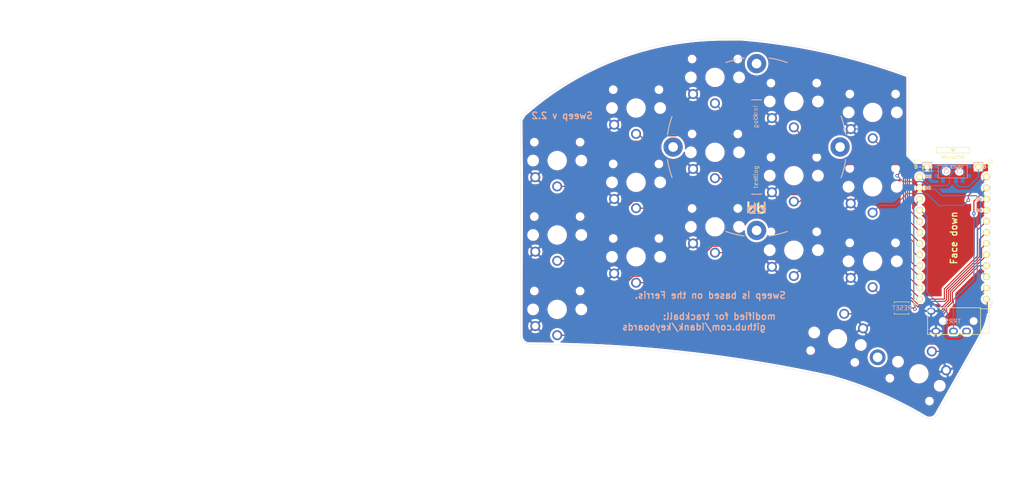
<source format=kicad_pcb>
(kicad_pcb (version 20211014) (generator pcbnew)
  (layers (0 "F.Cu" signal) (31 "B.Cu" signal) (34 "B.Paste" user) (35 "F.Paste" user) (36 "B.SilkS" user "B.Silkscreen") (37 "F.SilkS" user "F.Silkscreen") (38 "B.Mask" user) (39 "F.Mask" user) (44 "Edge.Cuts" user))
  (net 0 "")
  (net 1 "gnd")
  (net 2 "vcc")
  (net 3 "Switch18")
  (net 4 "reset")
  (net 5 "Switch1")
  (net 6 "Switch2")
  (net 7 "Switch3")
  (net 8 "Switch4")
  (net 9 "Switch5")
  (net 10 "Switch6")
  (net 11 "Switch7")
  (net 12 "Switch8")
  (net 13 "Switch9")
  (net 14 "Switch10")
  (net 15 "Switch11")
  (net 16 "Switch12")
  (net 17 "Switch13")
  (net 18 "Switch14")
  (net 19 "Switch15")
  (net 20 "Switch16")
  (net 21 "Switch17")
  (net 22 "raw")
  (net 23 "BT+_r")
  (net 24 "Net-(SW_POWERR1-Pad1)")
  (footprint "kbd:ProMicro_v3_min" (layer "F.Cu") (at 230.178 67.564)
    (fp_text reference "U1" hide)
    (fp_text value "ProMicro-kbd" hide)
  )
  (footprint "Kailh:TRRS-PJ-320A" (layer "F.Cu") (at 236.474 86.052 -90)
    (fp_text reference "J2")
    (fp_text value "AudioJack4dpb" hide)
  )
  (footprint "* duckyb-collection:choc-v1-with-millmax" (layer "F.Cu") (at 175.856 64.516)
    (fp_text reference "SW16" hide)
    (fp_text value "SW_Push" hide)
  )
  (footprint "* duckyb-collection:choc-v1-with-millmax" (layer "F.Cu") (at 222.386 98.082 150)
    (fp_text reference "SW20" hide)
    (fp_text value "SW_Push" hide)
  )
  (footprint "* duckyb-collection:choc-v1-with-millmax" (layer "F.Cu") (at 157.856 71.374)
    (fp_text reference "SW15" hide)
    (fp_text value "SW_Push" hide)
  )
  (footprint "* duckyb-collection:choc-v1-with-millmax" (layer "F.Cu") (at 203.826 90.082 165)
    (fp_text reference "SW21" hide)
    (fp_text value "SW_Push" hide)
  )
  (footprint "* duckyb-collection:choc-v1-with-millmax" (layer "F.Cu") (at 193.856 69.85)
    (fp_text reference "SW17" hide)
    (fp_text value "SW_Push" hide)
  )
  (footprint "* duckyb-collection:choc-v1-with-millmax" (layer "F.Cu") (at 211.836 72.39)
    (fp_text reference "SW18" hide)
    (fp_text value "SW_Push" hide)
  )
  (footprint "* duckyb-collection:choc-v1-with-millmax" (layer "F.Cu") (at 175.856 30.382)
    (fp_text reference "SW4" hide)
    (fp_text value "SW_Push" hide)
  )
  (footprint "* duckyb-collection:choc-v1-with-millmax" (layer "F.Cu") (at 157.856 37.382)
    (fp_text reference "SW3" hide)
    (fp_text value "SW_Push" hide)
  )
  (footprint "* duckyb-collection:choc-v1-with-millmax" (layer "F.Cu") (at 157.856 54.356)
    (fp_text reference "SW9" hide)
    (fp_text value "SW_Push" hide)
  )
  (footprint "* duckyb-collection:choc-v1-with-millmax" (layer "F.Cu") (at 139.856 83.382)
    (fp_text reference "SW14" hide)
    (fp_text value "SW_Push" hide)
  )
  (footprint "* duckyb-collection:choc-v1-with-millmax" (layer "F.Cu") (at 211.836 55.372)
    (fp_text reference "SW12" hide)
    (fp_text value "SW_Push" hide)
  )
  (footprint "* duckyb-collection:choc-v1-with-millmax" (layer "F.Cu") (at 193.856 52.832)
    (fp_text reference "SW11" hide)
    (fp_text value "SW_Push" hide)
  )
  (footprint "* duckyb-collection:choc-v1-with-millmax" (layer "F.Cu") (at 139.856 66.382)
    (fp_text reference "SW8" hide)
    (fp_text value "SW_Push" hide)
  )
  (footprint "* duckyb-collection:choc-v1-with-millmax" (layer "F.Cu") (at 211.856 38.382)
    (fp_text reference "SW6" hide)
    (fp_text value "SW_Push" hide)
  )
  (footprint "* duckyb-collection:choc-v1-with-millmax" (layer "F.Cu") (at 193.856 35.882)
    (fp_text reference "SW5" hide)
    (fp_text value "SW_Push" hide)
  )
  (footprint "* duckyb-collection:choc-v1-with-millmax" (layer "F.Cu") (at 139.856 49.382)
    (fp_text reference "SW2" hide)
    (fp_text value "SW_Push" hide)
  )
  (footprint "kbd:SW_SPST_B3U-1000P" (layer "F.Cu") (at 218.44 83.058)
    (fp_text reference "RSW1" hide)
    (fp_text value "SW_Push")
  )
  (footprint "* duckyb-collection:choc-v1-with-millmax" (layer "F.Cu") (at 175.856 47.498)
    (fp_text reference "SW10" hide)
    (fp_text value "SW_Push" hide)
  )
  (footprint "kbd:Tenting_Puck2" (layer "F.Cu") (at 185.356 46.282)
    (fp_text reference "REF**")
    (fp_text value "Tenting Puck")
  )
  (footprint "kbd:1pin_conn" (layer "F.Cu") (at 235.966 50.8)
    (fp_text reference "B+")
    (fp_text value "MountingHole_Pad" hide)
  )
  (footprint "kbd:1pin_conn" (layer "F.Cu") (at 224.282 50.8)
    (fp_text reference "B-")
    (fp_text value "MountingHole_Pad" hide)
  )
  (footprint "" (layer "F.Cu") (at 212.979 94.325)
    (fp_text reference "")
    (fp_text value "")
  )
  (footprint "Kailh:SPDT_C128955" (layer "B.Cu") (at 230.124 51.816 180)
    (fp_text reference "POWER SW")
    (fp_text value "SW_SPDT")
  )
  (gr_rect (start 226.822 50.419) (end 233.426 53.34) (layer "B.SilkS") (width 0.12) (fill none))
  (gr_line (start 131.5085 77.724) (end 131.506254 89.547024) (layer "Edge.Cuts") (width 0.05))
  (gr_line (start 219.998001 47.763999) (end 219.998045 30.439419) (layer "Edge.Cuts") (width 0.05))
  (gr_arc (start 226.446 107.451265) (mid 225.204995 108.32098) (end 223.714 108.05) (layer "Edge.Cuts") (width 0.05))
  (gr_arc (start 222.033002 49.694917) (mid 220.620534 49.145716) (end 219.998001 47.763999) (layer "Edge.Cuts") (width 0.05))
  (gr_arc (start 182.067777 21.502679) (mid 201.091879 24.375764) (end 219.56329 29.758889) (layer "Edge.Cuts") (width 0.05))
  (gr_arc (start 132.893 38.265) (mid 153.988491 25.788882) (end 178.120389 21.508139) (layer "Edge.Cuts") (width 0.05))
  (gr_arc (start 237.938 49.692) (mid 238.46833 49.91167) (end 238.688 50.442) (layer "Edge.Cuts") (width 0.05))
  (gr_arc (start 131.466055 40.278702) (mid 132.022929 39.160882) (end 132.893 38.265) (layer "Edge.Cuts") (width 0.05))
  (gr_arc (start 133.544 91.383119) (mid 132.156573 90.874102) (end 131.506254 89.547024) (layer "Edge.Cuts") (width 0.05))
  (gr_arc (start 219.56329 29.758889) (mid 219.880079 30.035645) (end 219.998045 30.439419) (layer "Edge.Cuts") (width 0.05))
  (gr_arc (start 202.185134 98.863946) (mid 213.262488 102.723597) (end 223.714 108.05) (layer "Edge.Cuts") (width 0.05))
  (gr_line (start 222.033002 49.694917) (end 237.938 49.692) (layer "Edge.Cuts") (width 0.05))
  (gr_arc (start 133.544 91.383119) (mid 168.064442 93.289554) (end 202.185134 98.863946) (layer "Edge.Cuts") (width 0.05))
  (gr_line (start 238.688 58.42) (end 238.688 66.548) (layer "Edge.Cuts") (width 0.05))
  (gr_line (start 236.953304 88.85815) (end 226.446 107.451265) (layer "Edge.Cuts") (width 0.05))
  (gr_arc (start 238.7 81.534) (mid 238.242913 85.295347) (end 236.953304 88.85815) (layer "Edge.Cuts") (width 0.05))
  (gr_line (start 182.067777 21.502679) (end 178.120389 21.508139) (layer "Edge.Cuts") (width 0.05))
  (gr_line (start 238.688 50.442) (end 238.688 58.42) (layer "Edge.Cuts") (width 0.05))
  (gr_line (start 131.466055 40.278702) (end 131.572 53.875) (layer "Edge.Cuts") (width 0.05))
  (gr_line (start 238.688 66.548) (end 238.688 75.438) (layer "Edge.Cuts") (width 0.05))
  (gr_line (start 238.688 75.438) (end 238.7 81.534) (layer "Edge.Cuts") (width 0.05))
  (gr_line (start 131.572 53.848) (end 131.5085 77.724) (layer "Edge.Cuts") (width 0.05))
  (gr_text "Sweep v 2.2" (at 140.97 39.116) (layer "B.SilkS") (effects (font (size 1.5 1.5) (thickness 0.3)) (justify mirror)))
  (gr_text "Sweep is based on the Ferris.\n\n  modified for trackball:\n    github.com/idank/keyboards" (at 192.2 83.775) (layer "B.SilkS") (effects (font (size 1.5 1.5) (thickness 0.3)) (justify left mirror)))
  (gr_text "Face down" (at 230.378 67.056 90) (layer "F.SilkS") (effects (font (size 1.5 1.5) (thickness 0.3))))
  (segment (start 224.8576 85.65317) (end 225.174 85.33677) (width 0.25) (layer "F.Cu") (net 1))
  (segment (start 225.174 85.33677) (end 225.174 83.552) (width 0.25) (layer "F.Cu") (net 1))
  (segment (start 216.74 83.058) (end 216.74 84.758) (width 0.25) (layer "F.Cu") (net 1))
  (segment (start 216.74 85.54477) (end 216.8484 85.65317) (width 0.25) (layer "F.Cu") (net 1))
  (segment (start 216.8484 85.65317) (end 224.8576 85.65317) (width 0.25) (layer "F.Cu") (net 1))
  (segment (start 216.74 84.758) (end 216.74 85.54477) (width 0.25) (layer "F.Cu") (net 1))
  (segment (start 213.159159 42.182) (end 206.856 42.182) (width 0.25) (layer "B.Cu") (net 1))
  (segment (start 221.777159 50.8) (end 213.159159 42.182) (width 0.25) (layer "B.Cu") (net 1))
  (segment (start 226.254 88.332) (end 226.274 88.352) (width 0.25) (layer "B.Cu") (net 1))
  (segment (start 226.244 88.322) (end 226.274 88.352) (width 0.25) (layer "B.Cu") (net 1))
  (segment (start 224.282 50.8) (end 221.777159 50.8) (width 0.25) (layer "B.Cu") (net 1))
  (segment (start 233.254 88.332) (end 233.274 88.352) (width 0.25) (layer "B.Cu") (net 2))
  (segment (start 224.282 62.2186) (end 224.282 79.502) (width 0.25) (layer "B.Cu") (net 2))
  (segment (start 229.108 89.662) (end 231.764 89.662) (width 0.25) (layer "B.Cu") (net 2))
  (segment (start 222.7694 60.706) (end 224.282 62.2186) (width 0.25) (layer "B.Cu") (net 2))
  (segment (start 231.764 89.662) (end 233.274 88.152) (width 0.25) (layer "B.Cu") (net 2))
  (segment (start 228.854 84.074) (end 228.854 89.408) (width 0.25) (layer "B.Cu") (net 2))
  (segment (start 228.854 89.408) (end 229.108 89.662) (width 0.25) (layer "B.Cu") (net 2))
  (segment (start 224.282 79.502) (end 228.854 84.074) (width 0.25) (layer "B.Cu") (net 2))
  (segment (start 237.9894 55.626) (end 234.95 58.6654) (width 0.25) (layer "F.Cu") (net 3))
  (segment (start 234.95 58.6654) (end 234.95 61.468) (width 0.25) (layer "F.Cu") (net 3))
  (via (at 234.95 61.468) (size 0.8) (drill 0.4) (layers "F.Cu" "B.Cu") (net 3))
  (segment (start 230.274 81.13) (end 234.95 76.454) (width 0.25) (layer "B.Cu") (net 3))
  (segment (start 230.274 88.152) (end 230.274 81.13) (width 0.25) (layer "B.Cu") (net 3))
  (segment (start 234.95 76.454) (end 234.95 61.468) (width 0.25) (layer "B.Cu") (net 3))
  (segment (start 220.14 83.058) (end 221.234 83.058) (width 0.25) (layer "F.Cu") (net 4))
  (segment (start 221.234 83.058) (end 221.488 83.312) (width 0.25) (layer "F.Cu") (net 4))
  (via (at 221.488 83.312) (size 0.8) (drill 0.4) (layers "F.Cu" "B.Cu") (net 4))
  (segment (start 221.488 82.55) (end 221.234 82.296) (width 0.25) (layer "B.Cu") (net 4))
  (segment (start 221.488 83.312) (end 221.488 82.55) (width 0.25) (layer "B.Cu") (net 4))
  (segment (start 221.234 59.7014) (end 221.234 82.296) (width 0.25) (layer "B.Cu") (net 4))
  (segment (start 222.7694 58.166) (end 221.234 59.7014) (width 0.25) (layer "B.Cu") (net 4))
  (segment (start 217.678 50.292) (end 218.41796 51.03196) (width 0.25) (layer "F.Cu") (net 5))
  (segment (start 155.956 44.958) (end 162.814 44.958) (width 0.25) (layer "F.Cu") (net 5))
  (segment (start 205.994 50.292) (end 217.678 50.292) (width 0.25) (layer "F.Cu") (net 5))
  (segment (start 218.41796 51.03196) (end 218.41796 51.83804) (width 0.25) (layer "F.Cu") (net 5))
  (segment (start 199.84001 47.69401) (end 202.946 50.8) (width 0.25) (layer "F.Cu") (net 5))
  (segment (start 167.057719 43.732009) (end 169.641728 41.148) (width 0.25) (layer "F.Cu") (net 5))
  (segment (start 164.03999 43.73201) (end 167.057719 43.732009) (width 0.25) (layer "F.Cu") (net 5))
  (segment (start 162.814 44.958) (end 164.03999 43.73201) (width 0.25) (layer "F.Cu") (net 5))
  (segment (start 183.38518 41.148) (end 188.6032 46.36602) (width 0.25) (layer "F.Cu") (net 5))
  (segment (start 202.946 50.8) (end 205.486 50.8) (width 0.25) (layer "F.Cu") (net 5))
  (segment (start 196.53079 46.36602) (end 197.85878 47.69401) (width 0.25) (layer "F.Cu") (net 5))
  (segment (start 197.85878 47.69401) (end 199.84001 47.69401) (width 0.25) (layer "F.Cu") (net 5))
  (segment (start 188.6032 46.36602) (end 196.53079 46.36602) (width 0.25) (layer "F.Cu") (net 5))
  (segment (start 218.41796 51.83804) (end 217.424 52.832) (width 0.25) (layer "F.Cu") (net 5))
  (segment (start 205.486 50.8) (end 205.994 50.292) (width 0.25) (layer "F.Cu") (net 5))
  (segment (start 169.641728 41.148) (end 183.38518 41.148) (width 0.25) (layer "F.Cu") (net 5))
  (segment (start 139.856 55.282) (end 145.632 55.282) (width 0.25) (layer "F.Cu") (net 5))
  (segment (start 145.632 55.282) (end 155.956 44.958) (width 0.25) (layer "F.Cu") (net 5))
  (via (at 217.424 52.832) (size 0.8) (drill 0.4) (layers "F.Cu" "B.Cu") (net 5))
  (segment (start 237.9894 75.946) (end 236.4697 74.4263) (width 0.25) (layer "B.Cu") (net 5))
  (segment (start 236.4697 58.4243) (end 235.4451 57.3997) (width 0.25) (layer "B.Cu") (net 5))
  (segment (start 236.4697 74.4263) (end 236.4697 58.4243) (width 0.25) (layer "B.Cu") (net 5))
  (segment (start 224.711081 55.958919) (end 222.925163 54.173001) (width 0.25) (layer "B.Cu") (net 5))
  (segment (start 218.765001 54.173001) (end 217.424 52.832) (width 0.25) (layer "B.Cu") (net 5))
  (segment (start 235.4451 57.3997) (end 227.5797 57.3997) (width 0.25) (layer "B.Cu") (net 5))
  (segment (start 227.5797 57.3997) (end 226.138919 55.958919) (width 0.25) (layer "B.Cu") (net 5))
  (segment (start 226.138919 55.958919) (end 224.711081 55.958919) (width 0.25) (layer "B.Cu") (net 5))
  (segment (start 222.925163 54.173001) (end 218.765001 54.173001) (width 0.25) (layer "B.Cu") (net 5))
  (segment (start 203.07441 50.292) (end 205.35759 50.292) (width 0.25) (layer "F.Cu") (net 6))
  (segment (start 205.933189 49.716401) (end 218.243991 49.716401) (width 0.25) (layer "F.Cu") (net 6))
  (segment (start 218.86797 50.34038) (end 218.86797 65.70597) (width 0.25) (layer "F.Cu") (net 6))
  (segment (start 200.026411 47.244001) (end 203.07441 50.292) (width 0.25) (layer "F.Cu") (net 6))
  (segment (start 159.234991 44.172991) (end 162.962599 44.172991) (width 0.25) (layer "F.Cu") (net 6))
  (segment (start 163.853591 43.282001) (end 166.871317 43.282001) (width 0.25) (layer "F.Cu") (net 6))
  (segment (start 157.856 43.282) (end 158.344 43.282) (width 0.25) (layer "F.Cu") (net 6))
  (segment (start 169.513318 40.64) (end 183.51359 40.64) (width 0.25) (layer "F.Cu") (net 6))
  (segment (start 205.35759 50.292) (end 205.933189 49.716401) (width 0.25) (layer "F.Cu") (net 6))
  (segment (start 166.871317 43.282001) (end 169.513318 40.64) (width 0.25) (layer "F.Cu") (net 6))
  (segment (start 162.962599 44.172991) (end 163.853591 43.282001) (width 0.25) (layer "F.Cu") (net 6))
  (segment (start 158.344 43.282) (end 159.234991 44.172991) (width 0.25) (layer "F.Cu") (net 6))
  (segment (start 218.243991 49.716401) (end 218.86797 50.34038) (width 0.25) (layer "F.Cu") (net 6))
  (segment (start 221.234 70.358) (end 221.742 70.866) (width 0.25) (layer "F.Cu") (net 6))
  (segment (start 218.86797 65.70597) (end 221.234 68.072) (width 0.25) (layer "F.Cu") (net 6))
  (segment (start 221.234 68.072) (end 221.234 70.358) (width 0.25) (layer "F.Cu") (net 6))
  (segment (start 221.742 70.866) (end 222.5694 70.866) (width 0.25) (layer "F.Cu") (net 6))
  (segment (start 198.55318 47.244) (end 200.026411 47.244001) (width 0.25) (layer "F.Cu") (net 6))
  (segment (start 198.46359 47.15441) (end 198.55318 47.244) (width 0.25) (layer "F.Cu") (net 6))
  (segment (start 196.71719 45.91601) (end 197.95559 47.15441) (width 0.25) (layer "F.Cu") (net 6))
  (segment (start 183.51359 40.64) (end 188.7896 45.91601) (width 0.25) (layer "F.Cu") (net 6))
  (segment (start 188.7896 45.91601) (end 196.71719 45.91601) (width 0.25) (layer "F.Cu") (net 6))
  (segment (start 197.95559 47.15441) (end 198.46359 47.15441) (width 0.25) (layer "F.Cu") (net 6))
  (segment (start 219.31798 64.87458) (end 222.7694 68.326) (width 0.25) (layer "F.Cu") (net 7))
  (segment (start 188.976 45.466) (end 196.90359 45.466) (width 0.25) (layer "F.Cu") (net 7))
  (segment (start 179.76399 40.18999) (end 183.69999 40.18999) (width 0.25) (layer "F.Cu") (net 7))
  (segment (start 198.1156 46.67801) (end 200.20999 46.67801) (width 0.25) (layer "F.Cu") (net 7))
  (segment (start 218.430392 49.266392) (end 219.31798 50.15398) (width 0.25) (layer "F.Cu") (net 7))
  (segment (start 183.69999 40.18999) (end 188.976 45.466) (width 0.25) (layer "F.Cu") (net 7))
  (segment (start 205.17119 49.84199) (end 205.746788 49.266392) (width 0.25) (layer "F.Cu") (net 7))
  (segment (start 219.31798 50.15398) (end 219.31798 64.87458) (width 0.25) (layer "F.Cu") (net 7))
  (segment (start 196.90359 45.466) (end 198.1156 46.67801) (width 0.25) (layer "F.Cu") (net 7))
  (segment (start 175.856 36.282) (end 179.76399 40.18999) (width 0.25) (layer "F.Cu") (net 7))
  (segment (start 205.746788 49.266392) (end 218.430392 49.266392) (width 0.25) (layer "F.Cu") (net 7))
  (segment (start 203.26081 49.84199) (end 205.17119 49.84199) (width 0.25) (layer "F.Cu") (net 7))
  (segment (start 200.20999 46.67801) (end 200.20999 46.79117) (width 0.25) (layer "F.Cu") (net 7))
  (segment (start 200.20999 46.79117) (end 203.26081 49.84199) (width 0.25) (layer "F.Cu") (net 7))
  (segment (start 193.856 41.782) (end 198.302 46.228) (width 0.25) (layer "F.Cu") (net 8))
  (segment (start 219.76799 49.84199) (end 219.76799 62.78459) (width 0.25) (layer "F.Cu") (net 8))
  (segment (start 203.44721 49.39198) (end 204.98479 49.39198) (width 0.25) (layer "F.Cu") (net 8))
  (segment (start 205.560388 48.816382) (end 218.742382 48.816382) (width 0.25) (layer "F.Cu") (net 8))
  (segment (start 218.742382 48.816382) (end 219.76799 49.84199) (width 0.25) (layer "F.Cu") (net 8))
  (segment (start 200.66 46.49161) (end 200.66 46.60477) (width 0.25) (layer "F.Cu") (net 8))
  (segment (start 200.396391 46.228001) (end 200.66 46.49161) (width 0.25) (layer "F.Cu") (net 8))
  (segment (start 204.98479 49.39198) (end 205.560388 48.816382) (width 0.25) (layer "F.Cu") (net 8))
  (segment (start 219.76799 62.78459) (end 222.7694 65.786) (width 0.25) (layer "F.Cu") (net 8))
  (segment (start 198.302 46.228) (end 200.396391 46.228001) (width 0.25) (layer "F.Cu") (net 8))
  (segment (start 200.66 46.60477) (end 203.44721 49.39198) (width 0.25) (layer "F.Cu") (net 8))
  (segment (start 220.218 49.276) (end 220.218 60.6946) (width 0.25) (layer "F.Cu") (net 9))
  (segment (start 211.856 44.282) (end 215.940372 48.366372) (width 0.25) (layer "F.Cu") (net 9))
  (segment (start 215.940372 48.366372) (end 219.308372 48.366372) (width 0.25) (layer "F.Cu") (net 9))
  (segment (start 220.218 60.6946) (end 222.7694 63.246) (width 0.25) (layer "F.Cu") (net 9))
  (segment (start 219.308372 48.366372) (end 220.218 49.276) (width 0.25) (layer "F.Cu") (net 9))
  (segment (start 189.93401 58.98599) (end 192.659 56.261) (width 0.25) (layer "F.Cu") (net 10))
  (segment (start 220.61002 68.08443) (end 220.61002 72.52802) (width 0.25) (layer "F.Cu") (net 10))
  (segment (start 206.363981 65.139981) (end 217.665571 65.139981) (width 0.25) (layer "F.Cu") (net 10))
  (segment (start 157.226 58.674) (end 159.004 58.674) (width 0.25) (layer "F.Cu") (net 10))
  (segment (start 197.485 56.261) (end 206.363981 65.139981) (width 0.25) (layer "F.Cu") (net 10))
  (segment (start 166.12701 59.80599) (end 174.625 51.308) (width 0.25) (layer "F.Cu") (net 10))
  (segment (start 180.097546 54.621546) (end 180.097546 56.399546) (width 0.25) (layer "F.Cu") (net 10))
  (segment (start 159.004 58.674) (end 160.13599 59.80599) (width 0.25) (layer "F.Cu") (net 10))
  (segment (start 160.13599 59.80599) (end 166.12701 59.80599) (width 0.25) (layer "F.Cu") (net 10))
  (segment (start 176.784 51.308) (end 180.097546 54.621546) (width 0.25) (layer "F.Cu") (net 10))
  (segment (start 174.625 51.308) (end 176.784 51.308) (width 0.25) (layer "F.Cu") (net 10))
  (segment (start 180.097546 56.399546) (end 182.68399 58.98599) (width 0.25) (layer "F.Cu") (net 10))
  (segment (start 143.618 72.282) (end 157.226 58.674) (width 0.25) (layer "F.Cu") (net 10))
  (segment (start 217.665571 65.139981) (end 220.61002 68.08443) (width 0.25) (layer "F.Cu") (net 10))
  (segment (start 192.659 56.261) (end 197.485 56.261) (width 0.25) (layer "F.Cu") (net 10))
  (segment (start 220.61002 72.52802) (end 221.488 73.406) (width 0.25) (layer "F.Cu") (net 10))
  (segment (start 221.488 73.406) (end 222.5694 73.406) (width 0.25) (layer "F.Cu") (net 10))
  (segment (start 139.856 72.282) (end 143.618 72.282) (width 0.25) (layer "F.Cu") (net 10))
  (segment (start 182.68399 58.98599) (end 189.93401 58.98599) (width 0.25) (layer "F.Cu") (net 10))
  (segment (start 197.298802 56.71052) (end 206.178273 65.589991) (width 0.25) (layer "F.Cu") (net 11))
  (segment (start 166.312718 60.256) (end 174.752718 51.816) (width 0.25) (layer "F.Cu") (net 11))
  (segment (start 220.16001 68.27083) (end 220.16001 73.53661) (width 0.25) (layer "F.Cu") (net 11))
  (segment (start 179.648026 56.641616) (end 182.44241 59.436) (width 0.25) (layer "F.Cu") (net 11))
  (segment (start 179.648026 54.807744) (end 179.648026 56.641616) (width 0.25) (layer "F.Cu") (net 11))
  (segment (start 176.656282 51.816) (end 179.648026 54.807744) (width 0.25) (layer "F.Cu") (net 11))
  (segment (start 182.44241 59.436) (end 190.119718 59.436) (width 0.25) (layer "F.Cu") (net 11))
  (segment (start 220.16001 73.53661) (end 222.5694 75.946) (width 0.25) (layer "F.Cu") (net 11))
  (segment (start 206.178273 65.589991) (end 217.479171 65.589991) (width 0.25) (layer "F.Cu") (net 11))
  (segment (start 174.752718 51.816) (end 176.656282 51.816) (width 0.25) (layer "F.Cu") (net 11))
  (segment (start 192.845198 56.71052) (end 197.298802 56.71052) (width 0.25) (layer "F.Cu") (net 11))
  (segment (start 157.856 60.256) (end 166.312718 60.256) (width 0.25) (layer "F.Cu") (net 11))
  (segment (start 190.119718 59.436) (end 192.845198 56.71052) (width 0.25) (layer "F.Cu") (net 11))
  (segment (start 217.479171 65.589991) (end 220.16001 68.27083) (width 0.25) (layer "F.Cu") (net 11))
  (segment (start 205.992564 66.04) (end 217.29277 66.04) (width 0.25) (layer "F.Cu") (net 12))
  (segment (start 175.768 53.398) (end 177.116272 53.398) (width 0.25) (layer "F.Cu") (net 12))
  (segment (start 219.644385 68.639975) (end 219.71 68.70559) (width 0.25) (layer "F.Cu") (net 12))
  (segment (start 219.71 75.6266) (end 222.5694 78.486) (width 0.25) (layer "F.Cu") (net 12))
  (segment (start 193.082619 57.16004) (end 197.112604 57.16004) (width 0.25) (layer "F.Cu") (net 12))
  (segment (start 219.71 68.70559) (end 219.71 75.6266) (width 0.25) (layer "F.Cu") (net 12))
  (segment (start 179.12799 55.409718) (end 179.12799 56.75799) (width 0.25) (layer "F.Cu") (net 12))
  (segment (start 190.169658 60.073001) (end 193.082619 57.16004) (width 0.25) (layer "F.Cu") (net 12))
  (segment (start 179.12799 56.75799) (end 182.443001 60.073001) (width 0.25) (layer "F.Cu") (net 12))
  (segment (start 182.443001 60.073001) (end 190.169658 60.073001) (width 0.25) (layer "F.Cu") (net 12))
  (segment (start 177.116272 53.398) (end 179.12799 55.409718) (width 0.25) (layer "F.Cu") (net 12))
  (segment (start 217.29277 66.04) (end 219.644385 68.391615) (width 0.25) (layer "F.Cu") (net 12))
  (segment (start 197.112604 57.16004) (end 205.992564 66.04) (width 0.25) (layer "F.Cu") (net 12))
  (segment (start 219.644385 68.391615) (end 219.644385 68.639975) (width 0.25) (layer "F.Cu") (net 12))
  (segment (start 217.106572 66.48952) (end 219.194865 68.577813) (width 0.25) (layer "F.Cu") (net 13))
  (segment (start 196.129831 57.841009) (end 197.157855 57.841009) (width 0.25) (layer "F.Cu") (net 13))
  (segment (start 195.23884 58.732) (end 196.129831 57.841009) (width 0.25) (layer "F.Cu") (net 13))
  (segment (start 219.202 68.833308) (end 219.202 77.4586) (width 0.25) (layer "F.Cu") (net 13))
  (segment (start 205.806367 66.48952) (end 217.106572 66.48952) (width 0.25) (layer "F.Cu") (net 13))
  (segment (start 197.157855 57.841009) (end 205.806367 66.48952) (width 0.25) (layer "F.Cu") (net 13))
  (segment (start 219.194865 68.826173) (end 219.202 68.833308) (width 0.25) (layer "F.Cu") (net 13))
  (segment (start 193.802 58.732) (end 195.23884 58.732) (width 0.25) (layer "F.Cu") (net 13))
  (segment (start 219.194865 68.577813) (end 219.194865 68.826173) (width 0.25) (layer "F.Cu") (net 13))
  (segment (start 219.202 77.4586) (end 222.7694 81.026) (width 0.25) (layer "F.Cu") (net 13))
  (segment (start 237.9894 53.086) (end 233.68 57.3954) (width 0.25) (layer "F.Cu") (net 14))
  (segment (start 233.68 57.3954) (end 233.68 58.42) (width 0.25) (layer "F.Cu") (net 14))
  (via (at 233.68 58.42) (size 0.8) (drill 0.4) (layers "F.Cu" "B.Cu") (net 14))
  (segment (start 232.481001 59.618999) (end 233.68 58.42) (width 0.25) (layer "B.Cu") (net 14))
  (segment (start 211.836 61.272) (end 213.489001 59.618999) (width 0.25) (layer "B.Cu") (net 14))
  (segment (start 219.71 56.896) (end 224.170002 56.896) (width 0.25) (layer "B.Cu") (net 14))
  (segment (start 216.987001 59.618999) (end 219.71 56.896) (width 0.25) (layer "B.Cu") (net 14))
  (segment (start 226.893001 59.618999) (end 232.481001 59.618999) (width 0.25) (layer "B.Cu") (net 14))
  (segment (start 224.170002 56.896) (end 226.893001 59.618999) (width 0.25) (layer "B.Cu") (net 14))
  (segment (start 213.489001 59.618999) (end 216.987001 59.618999) (width 0.25) (layer "B.Cu") (net 14))
  (segment (start 215.646 79.502) (end 216.916 80.772) (width 0.25) (layer "F.Cu") (net 15))
  (segment (start 175.109908 68.453) (end 184.912 68.453) (width 0.25) (layer "F.Cu") (net 15))
  (segment (start 143.775453 89.282) (end 157.248964 75.808489) (width 0.25) (layer "F.Cu") (net 15))
  (segment (start 206.70903 78.91397) (end 210.439 75.184) (width 0.25) (layer "F.Cu") (net 15))
  (segment (start 222.25 82.296) (end 223.366176 82.296) (width 0.25) (layer "F.Cu") (net 15))
  (segment (start 166.889546 70.854454) (end 172.708454 70.854454) (width 0.25) (layer "F.Cu") (net 15))
  (segment (start 210.439 75.184) (end 213.741 75.184) (width 0.25) (layer "F.Cu") (net 15))
  (segment (start 220.726 80.772) (end 222.25 82.296) (width 0.25) (layer "F.Cu") (net 15))
  (segment (start 216.916 80.772) (end 220.726 80.772) (width 0.25) (layer "F.Cu") (net 15))
  (segment (start 190.5 73.025) (end 202.05982 73.025) (width 0.25) (layer "F.Cu") (net 15))
  (segment (start 202.05982 73.025) (end 203.14201 74.10719) (width 0.25) (layer "F.Cu") (net 15))
  (segment (start 172.708454 70.854454) (end 175.109908 68.453) (width 0.25) (layer "F.Cu") (net 15))
  (segment (start 203.14201 74.10719) (end 203.14201 77.7916) (width 0.25) (layer "F.Cu") (net 15))
  (segment (start 235.802379 71.124571) (end 235.802379 65.233021) (width 0.25) (layer "F.Cu") (net 15))
  (segment (start 161.935511 75.808489) (end 166.889546 70.854454) (width 0.25) (layer "F.Cu") (net 15))
  (segment (start 139.856 89.282) (end 143.775453 89.282) (width 0.25) (layer "F.Cu") (net 15))
  (segment (start 203.14201 77.7916) (end 204.26438 78.91397) (width 0.25) (layer "F.Cu") (net 15))
  (segment (start 215.646 77.089) (end 215.646 79.502) (width 0.25) (layer "F.Cu") (net 15))
  (segment (start 189.484 72.009) (end 190.5 73.025) (width 0.25) (layer "F.Cu") (net 15))
  (segment (start 235.802379 65.233021) (end 237.7894 63.246) (width 0.25) (layer "F.Cu") (net 15))
  (segment (start 213.741 75.184) (end 215.646 77.089) (width 0.25) (layer "F.Cu") (net 15))
  (segment (start 224.636176 81.026) (end 228.21759 81.026) (width 0.25) (layer "F.Cu") (net 15))
  (segment (start 228.21759 78.70936) (end 235.802379 71.124571) (width 0.25) (layer "F.Cu") (net 15))
  (segment (start 188.468 72.009) (end 189.484 72.009) (width 0.25) (layer "F.Cu") (net 15))
  (segment (start 223.366176 82.296) (end 224.636176 81.026) (width 0.25) (layer "F.Cu") (net 15))
  (segment (start 204.26438 78.91397) (end 206.70903 78.91397) (width 0.25) (layer "F.Cu") (net 15))
  (segment (start 228.21759 81.026) (end 228.21759 78.70936) (width 0.25) (layer "F.Cu") (net 15))
  (segment (start 184.912 68.453) (end 188.468 72.009) (width 0.25) (layer "F.Cu") (net 15))
  (segment (start 157.248964 75.808489) (end 161.935511 75.808489) (width 0.25) (layer "F.Cu") (net 15))
  (segment (start 228.706875 78.856485) (end 229.090067 78.473293) (width 0.25) (layer "F.Cu") (net 16))
  (segment (start 222.108883 82.791293) (end 223.507293 82.791293) (width 0.25) (layer "F.Cu") (net 16))
  (segment (start 188.214 75.565) (end 190.754 75.565) (width 0.25) (layer "F.Cu") (net 16))
  (segment (start 213.554802 75.63352) (end 215.19648 77.275198) (width 0.25) (layer "F.Cu") (net 16))
  (segment (start 223.507293 82.791293) (end 224.764586 81.534) (width 0.25) (layer "F.Cu") (net 16))
  (segment (start 202.496002 77.782002) (end 204.07798 79.36398) (width 0.25) (layer "F.Cu") (net 16))
  (segment (start 229.090067 78.473293) (end 229.109287 78.473293) (width 0.25) (layer "F.Cu") (net 16))
  (segment (start 184.784649 71.375059) (end 184.784649 72.135649) (width 0.25) (layer "F.Cu") (net 16))
  (segment (start 204.07798 79.36398) (end 206.894738 79.36398) (width 0.25) (layer "F.Cu") (net 16))
  (segment (start 215.19648 77.275198) (end 215.19648 79.74125) (width 0.25) (layer "F.Cu") (net 16))
  (segment (start 172.894854 71.304464) (end 175.248829 68.950489) (width 0.25) (layer "F.Cu") (net 16))
  (segment (start 210.625198 75.63352) (end 213.554802 75.63352) (width 0.25) (layer "F.Cu") (net 16))
  (segment (start 229.109287 78.473293) (end 236.252389 71.330191) (width 0.25) (layer "F.Cu") (net 16))
  (segment (start 175.248829 68.950489) (end 182.360079 68.950489) (width 0.25) (layer "F.Cu") (net 16))
  (segment (start 192.84448 73.47452) (end 201.87293 73.47452) (width 0.25) (layer "F.Cu") (net 16))
  (segment (start 216.698615 81.243385) (end 220.560975 81.243385) (width 0.25) (layer "F.Cu") (net 16))
  (segment (start 228.346 81.534) (end 228.706875 81.173125) (width 0.25) (layer "F.Cu") (net 16))
  (segment (start 236.252389 71.330191) (end 236.252389 67.323011) (width 0.25) (layer "F.Cu") (net 16))
  (segment (start 167.075946 71.304464) (end 172.894854 71.304464) (width 0.25) (layer "F.Cu") (net 16))
  (segment (start 224.764586 81.534) (end 228.346 81.534) (width 0.25) (layer "F.Cu") (net 16))
  (segment (start 220.560975 81.243385) (end 222.108883 82.791293) (width 0.25) (layer "F.Cu") (net 16))
  (segment (start 161.10641 77.274) (end 167.075946 71.304464) (width 0.25) (layer "F.Cu") (net 16))
  (segment (start 201.87293 73.47452) (end 202.496002 74.097592) (width 0.25) (layer "F.Cu") (net 16))
  (segment (start 236.252389 67.323011) (end 237.7894 65.786) (width 0.25) (layer "F.Cu") (net 16))
  (segment (start 228.706875 81.173125) (end 228.706875 78.856485) (width 0.25) (layer "F.Cu") (net 16))
  (segment (start 182.360079 68.950489) (end 184.784649 71.375059) (width 0.25) (layer "F.Cu") (net 16))
  (segment (start 215.19648 79.74125) (end 216.698615 81.243385) (width 0.25) (layer "F.Cu") (net 16))
  (segment (start 157.856 77.274) (end 161.10641 77.274) (width 0.25) (layer "F.Cu") (net 16))
  (segment (start 206.894738 79.36398) (end 210.625198 75.63352) (width 0.25) (layer "F.Cu") (net 16))
  (segment (start 190.754 75.565) (end 192.84448 73.47452) (width 0.25) (layer "F.Cu") (net 16))
  (segment (start 202.496002 74.480002) (end 202.496002 77.782002) (width 0.25) (layer "F.Cu") (net 16))
  (segment (start 184.784649 72.135649) (end 188.214 75.565) (width 0.25) (layer "F.Cu") (net 16))
  (segment (start 202.496002 74.097592) (end 202.496002 74.480002) (width 0.25) (layer "F.Cu") (net 16))
  (segment (start 237.7894 68.326) (end 236.702399 69.413001) (width 0.25) (layer "F.Cu") (net 17))
  (segment (start 227.83121 82.6852) (end 227.83121 83.31597) (width 0.25) (layer "F.Cu") (net 17))
  (segment (start 236.702399 71.516591) (end 229.176105 79.042885) (width 0.25) (layer "F.Cu") (net 17))
  (segment (start 236.702399 69.413001) (end 236.702399 71.516591) (width 0.25) (layer "F.Cu") (net 17))
  (segment (start 229.156885 79.042885) (end 229.156884 81.359526) (width 0.25) (layer "F.Cu") (net 17))
  (segment (start 229.156884 81.359526) (end 227.83121 82.6852) (width 0.25) (layer "F.Cu") (net 17))
  (segment (start 229.176105 79.042885) (end 229.156885 79.042885) (width 0.25) (layer "F.Cu") (net 17))
  (segment (start 227.83121 83.31597) (end 225.67759 85.46959) (width 0.25) (layer "F.Cu") (net 17))
  (segment (start 203.76599 79.81399) (end 202.045992 78.093992) (width 0.25) (layer "F.Cu") (net 17))
  (segment (start 193.030678 73.92404) (end 190.940197 76.01452) (width 0.25) (layer "F.Cu") (net 17))
  (segment (start 225.044 86.10318) (end 219.96682 86.10318) (width 0.25) (layer "F.Cu") (net 17))
  (segment (start 201.686732 73.92404) (end 193.030678 73.92404) (width 0.25) (layer "F.Cu") (net 17))
  (segment (start 190.940197 76.01452) (end 187.909018 76.01452) (width 0.25) (layer "F.Cu") (net 17))
  (segment (start 215.58801 80.76919) (end 214.74696 79.92814) (width 0.25) (layer "F.Cu") (net 17))
  (segment (start 202.045992 74.2833) (end 201.686732 73.92404) (width 0.25) (layer "F.Cu") (net 17))
  (segment (start 187.909018 76.01452) (end 184.33464 72.440142) (width 0.25) (layer "F.Cu") (net 17))
  (segment (start 184.334639 71.812639) (end 182.938 70.416) (width 0.25) (layer "F.Cu") (net 17))
  (segment (start 215.58801 85.02919) (end 215.58801 80.76919) (width 0.25) (layer "F.Cu") (net 17))
  (segment (start 210.811396 76.08304) (end 207.080446 79.81399) (width 0.25) (layer "F.Cu") (net 17))
  (segment (start 214.74696 79.92814) (end 214.74696 77.461396) (width 0.25) (layer "F.Cu") (net 17))
  (segment (start 207.080446 79.81399) (end 203.76599 79.81399) (width 0.25) (layer "F.Cu") (net 17))
  (segment (start 184.33464 72.440142) (end 184.334639 71.812639) (width 0.25) (layer "F.Cu") (net 17))
  (segment (start 202.045992 78.093992) (end 202.045992 74.2833) (width 0.25) (layer "F.Cu") (net 17))
  (segment (start 219.71 86.36) (end 216.91882 86.36) (width 0.25) (layer "F.Cu") (net 17))
  (segment (start 216.91882 86.36) (end 215.58801 85.02919) (width 0.25) (layer "F.Cu") (net 17))
  (segment (start 225.67759 85.46959) (end 225.044 86.10318) (width 0.25) (layer "F.Cu") (net 17))
  (segment (start 213.368604 76.08304) (end 210.811396 76.08304) (width 0.25) (layer "F.Cu") (net 17))
  (segment (start 219.96682 86.10318) (end 219.71 86.36) (width 0.25) (layer "F.Cu") (net 17))
  (segment (start 214.74696 77.461396) (end 213.368604 76.08304) (width 0.25) (layer "F.Cu") (net 17))
  (segment (start 182.938 70.416) (end 175.768 70.416) (width 0.25) (layer "F.Cu") (net 17))
  (segment (start 229.606893 81.545927) (end 229.606893 81.289107) (width 0.25) (layer "F.Cu") (net 18))
  (segment (start 229.606893 81.289107) (end 229.606895 81.289105) (width 0.25) (layer "F.Cu") (net 18))
  (segment (start 229.606895 79.248505) (end 229.606895 81.289105) (width 0.25) (layer "F.Cu") (net 18))
  (segment (start 229.606895 79.248505) (end 229.606893 81.545927) (width 0.25) (layer "F.Cu") (net 18))
  (segment (start 237.9894 70.866) (end 229.606895 79.248505) (width 0.25) (layer "F.Cu") (net 18))
  (segment (start 225.2304 86.55319) (end 228.28122 83.50237) (width 0.25) (layer "F.Cu") (net 18))
  (segment (start 215.138 85.21559) (end 216.79041 86.868) (width 0.25) (layer "F.Cu") (net 18))
  (segment (start 201.480001 78.173999) (end 203.570002 80.264) (width 0.25) (layer "F.Cu") (net 18))
  (segment (start 220.27881 86.55319) (end 225.2304 86.55319) (width 0.25) (layer "F.Cu") (net 18))
  (segment (start 194.817999 74.734001) (end 201.480001 74.734001) (width 0.25) (layer "F.Cu") (net 18))
  (segment (start 203.570002 80.264) (end 207.266153 80.264) (width 0.25) (layer "F.Cu") (net 18))
  (segment (start 216.79041 86.868) (end 219.964 86.868) (width 0.25) (layer "F.Cu") (net 18))
  (segment (start 213.182406 76.53256) (end 214.249 77.599154) (width 0.25) (layer "F.Cu") (net 18))
  (segment (start 193.802 75.75) (end 194.817999 74.734001) (width 0.25) (layer "F.Cu") (net 18))
  (segment (start 207.266153 80.264) (end 210.997594 76.53256) (width 0.25) (layer "F.Cu") (net 18))
  (segment (start 214.249 80.06659) (end 215.138 80.95559) (width 0.25) (layer "F.Cu") (net 18))
  (segment (start 214.249 77.599154) (end 214.249 80.06659) (width 0.25) (layer "F.Cu") (net 18))
  (segment (start 201.480001 74.734001) (end 201.480001 78.173999) (width 0.25) (layer "F.Cu") (net 18))
  (segment (start 210.997594 76.53256) (end 213.182406 76.53256) (width 0.25) (layer "F.Cu") (net 18))
  (segment (start 215.138 80.95559) (end 215.138 85.21559) (width 0.25) (layer "F.Cu") (net 18))
  (segment (start 219.964 86.868) (end 220.27881 86.55319) (width 0.25) (layer "F.Cu") (net 18))
  (segment (start 228.28122 82.8716) (end 229.606893 81.545927) (width 0.25) (layer "F.Cu") (net 18))
  (segment (start 228.28122 83.50237) (end 228.28122 82.8716) (width 0.25) (layer "F.Cu") (net 18))
  (segment (start 237.9894 73.406) (end 236.08581 73.406) (width 0.25) (layer "F.Cu") (net 19))
  (segment (start 236.08581 73.406) (end 233.104905 76.386905) (width 0.25) (layer "F.Cu") (net 19))
  (segment (start 228.73123 83.058) (end 228.73123 83.69723) (width 0.25) (layer "F.Cu") (net 19))
  (segment (start 233.104905 76.386905) (end 230.056905 79.434905) (width 0.25) (layer "F.Cu") (net 19))
  (segment (start 228.73123 83.69723) (end 225.94146 86.487) (width 0.25) (layer "F.Cu") (net 19))
  (segment (start 230.056902 81.732328) (end 228.73123 83.058) (width 0.25) (layer "F.Cu") (net 19))
  (segment (start 220.09241 87.376) (end 216.662 87.376) (width 0.25) (layer "F.Cu") (net 19))
  (segment (start 216.662 87.376) (end 214.68848 85.40248) (width 0.25) (layer "F.Cu") (net 19))
  (segment (start 214.68848 85.40248) (end 214.68848 81.14248) (width 0.25) (layer "F.Cu") (net 19))
  (segment (start 230.056905 81.601095) (end 230.056902 81.732328) (width 0.25) (layer "F.Cu") (net 19))
  (segment (start 225.94146 86.487) (end 225.933 86.487) (width 0.25) (layer "F.Cu") (net 19))
  (segment (start 220.465211 87.003199) (end 220.09241 87.376) (width 0.25) (layer "F.Cu") (net 19))
  (segment (start 230.056905 79.434905) (end 230.056905 81.601095) (width 0.25) (layer "F.Cu") (net 19))
  (segment (start 225.933 86.487) (end 225.416801 87.003199) (width 0.25) (layer "F.Cu") (net 19))
  (segment (start 214.68848 81.14248) (end 211.836 78.29) (width 0.25) (layer "F.Cu") (net 19))
  (segment (start 225.416801 87.003199) (end 220.465211 87.003199) (width 0.25) (layer "F.Cu") (net 19))
  (segment (start 237.7894 78.486) (end 235.966 80.3094) (width 0.25) (layer "F.Cu") (net 20))
  (segment (start 235.966 80.3094) (end 235.966 85.598) (width 0.25) (layer "F.Cu") (net 20))
  (segment (start 226.187 91.313) (end 228.662795 93.788795) (width 0.25) (layer "F.Cu") (net 20))
  (segment (start 228.662795 93.788795) (end 230.186795 93.788795) (width 0.25) (layer "F.Cu") (net 20))
  (segment (start 221.234 87.884) (end 224.663 91.313) (width 0.25) (layer "F.Cu") (net 20))
  (segment (start 230.186795 93.788795) (end 235.966 88.00959) (width 0.25) (layer "F.Cu") (net 20))
  (segment (start 216.408 87.884) (end 221.234 87.884) (width 0.25) (layer "F.Cu") (net 20))
  (segment (start 212.907038 84.383038) (end 216.408 87.884) (width 0.25) (layer "F.Cu") (net 20))
  (segment (start 205.353032 84.383038) (end 212.907038 84.383038) (width 0.25) (layer "F.Cu") (net 20))
  (segment (start 235.966 88.00959) (end 235.966 85.598) (width 0.25) (layer "F.Cu") (net 20))
  (segment (start 224.663 91.313) (end 226.187 91.313) (width 0.25) (layer "F.Cu") (net 20))
  (segment (start 228.520549 94.313451) (end 230.298549 94.313451) (width 0.25) (layer "F.Cu") (net 21))
  (segment (start 237.9894 84.0826) (end 237.9894 81.026) (width 0.25) (layer "F.Cu") (net 21))
  (segment (start 236.474 85.598) (end 237.9894 84.0826) (width 0.25) (layer "F.Cu") (net 21))
  (segment (start 225.336 92.97245) (end 227.08445 92.97245) (width 0.25) (layer "F.Cu") (net 21))
  (segment (start 228.425451 94.313451) (end 228.520549 94.313451) (width 0.25) (layer "F.Cu") (net 21))
  (segment (start 236.474 88.138) (end 236.474 85.598) (width 0.25) (layer "F.Cu") (net 21))
  (segment (start 227.08445 92.97245) (end 228.425451 94.313451) (width 0.25) (layer "F.Cu") (net 21))
  (segment (start 230.298549 94.313451) (end 236.474 88.138) (width 0.25) (layer "F.Cu") (net 21))
  (segment (start 232.664 51.634998) (end 232.020001 50.990999) (width 0.25) (layer "B.Cu") (net 22))
  (segment (start 229.374499 54.597501) (end 228.854 55.118) (width 0.25) (layer "B.Cu") (net 22))
  (segment (start 232.020001 50.990999) (end 231.227999 50.990999) (width 0.25) (layer "B.Cu") (net 22))
  (segment (start 232.664 53.601) (end 232.664 51.634998) (width 0.25) (layer "B.Cu") (net 22))
  (segment (start 229.374499 52.844499) (end 229.374499 54.597501) (width 0.25) (layer "B.Cu") (net 22))
  (segment (start 226.568 55.118) (end 224.8014 55.118) (width 0.25) (layer "B.Cu") (net 22))
  (segment (start 224.8014 55.118) (end 222.7694 53.086) (width 0.25) (layer "B.Cu") (net 22))
  (segment (start 232.374 53.891) (end 232.664 53.601) (width 0.25) (layer "B.Cu") (net 22))
  (segment (start 231.227999 50.990999) (end 229.374499 52.844499) (width 0.25) (layer "B.Cu") (net 22))
  (segment (start 228.854 55.118) (end 226.568 55.118) (width 0.25) (layer "B.Cu") (net 22))
  (segment (start 230.874 54.766) (end 230.874 53.891) (width 0.25) (layer "B.Cu") (net 23))
  (segment (start 235.966 53.086) (end 233.68 55.372) (width 0.25) (layer "B.Cu") (net 23))
  (segment (start 233.68 55.372) (end 231.48 55.372) (width 0.25) (layer "B.Cu") (net 23))
  (segment (start 235.966 50.8) (end 235.966 53.086) (width 0.25) (layer "B.Cu") (net 23))
  (segment (start 230.874 54.766) (end 231.48 55.372) (width 0.25) (layer "B.Cu") (net 23))
  (zone (net 1) (net_name "gnd") (layer "F.Cu") (connect_pads (clearance 0.508)) (min_thickness 0.254) (fill yes (thermal_gap 0.508) (thermal_bridge_width 0.508))
    (polygon (pts (xy 15.24 15.24) (xy 243.84 15.24) (xy 243.84 119.38) (xy 15.24 119.38)))
  )
  (zone (net 1) (net_name "gnd") (layer "B.Cu") (connect_pads (clearance 0.508)) (min_thickness 0.254) (fill yes (thermal_gap 0.508) (thermal_bridge_width 0.508))
    (polygon (pts (xy 12.7 12.7) (xy 246.38 12.7) (xy 246.38 121.92) (xy 12.7 121.92)))
  )
)
</source>
